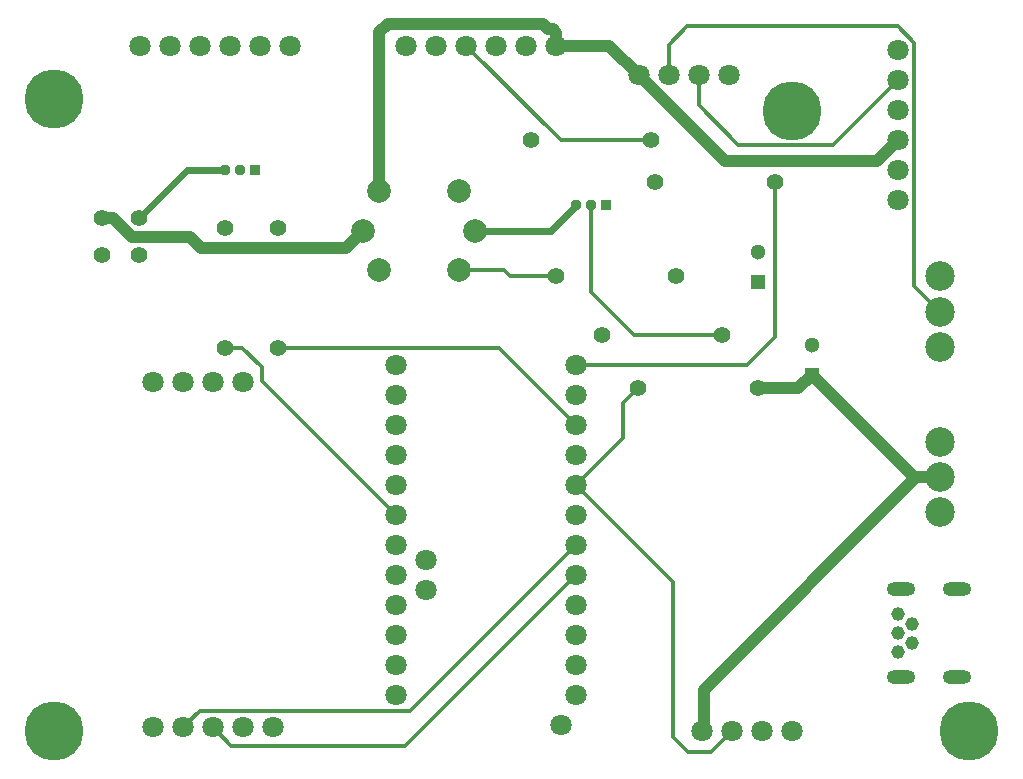
<source format=gbl>
G04*
G04 #@! TF.GenerationSoftware,Altium Limited,Altium Designer,20.2.6 (244)*
G04*
G04 Layer_Physical_Order=2*
G04 Layer_Color=16711680*
%FSLAX44Y44*%
%MOMM*%
G71*
G04*
G04 #@! TF.SameCoordinates,95B47CC1-6D59-4A24-9DA9-F39AA99DDD39*
G04*
G04*
G04 #@! TF.FilePolarity,Positive*
G04*
G01*
G75*
%ADD28C,0.3000*%
%ADD30C,1.0000*%
%ADD31C,1.8000*%
%ADD32C,0.9500*%
%ADD33C,2.5000*%
%ADD34C,2.0000*%
%ADD35C,1.1500*%
%ADD36O,2.4000X1.2000*%
%ADD37C,1.3000*%
%ADD38R,1.3000X1.3000*%
%ADD39C,1.4000*%
%ADD40R,0.9500X0.9500*%
%ADD41C,5.0000*%
%ADD42C,0.6000*%
D28*
X555400Y615400D02*
X571444Y631444D01*
X555400Y590000D02*
Y615400D01*
X580800Y564600D02*
Y590000D01*
X210820Y331480D02*
X324600Y217700D01*
X210820Y331480D02*
Y342900D01*
X194520Y359200D02*
X210820Y342900D01*
X180000Y359200D02*
X194520D01*
X490000Y406400D02*
Y480000D01*
Y406400D02*
X526400Y370000D01*
X600800D01*
X477000Y243100D02*
X558800Y161300D01*
Y30226D02*
Y161300D01*
Y30226D02*
X571500Y17526D01*
X591726D01*
X609200Y35000D01*
X645800Y368300D02*
Y500000D01*
X622200Y344700D02*
X645800Y368300D01*
X477000Y344700D02*
X622200D01*
X464200Y535000D02*
X540800D01*
X384200Y615000D02*
X464200Y535000D01*
X695060Y530860D02*
X750000Y585800D01*
X614540Y530860D02*
X695060D01*
X580800Y564600D02*
X614540Y530860D01*
X571444Y631444D02*
X749300D01*
X763270Y617474D01*
Y411730D02*
Y617474D01*
Y411730D02*
X785000Y390000D01*
X517144Y312944D02*
X529200Y325000D01*
X517144Y283244D02*
Y312944D01*
X477000Y243100D02*
X517144Y283244D01*
X336770Y52070D02*
X477000Y192300D01*
X158370Y52070D02*
X336770D01*
X144200Y37900D02*
X158370Y52070D01*
X169600Y37900D02*
X185148Y22352D01*
X332452D01*
X477000Y166900D01*
X225000Y359200D02*
X411699D01*
X477000Y293900D01*
X421188Y420000D02*
X460000D01*
X416306Y424883D02*
X421188Y420000D01*
X377757Y424883D02*
X416306D01*
D30*
X585000Y70000D02*
X763460Y248460D01*
Y250000D01*
X583800Y35000D02*
X585000Y36200D01*
Y70000D01*
X630800Y325000D02*
X665360D01*
X676910Y336550D01*
X763460Y250000D02*
X785000D01*
X676910Y336550D02*
X763460Y250000D01*
X530000Y590000D02*
X602856Y517144D01*
X732144D01*
X750000Y535000D01*
X75940Y468890D02*
X85344D01*
X100844Y453390D01*
X150114D01*
X159258Y444246D01*
X282446D01*
X296670Y458470D01*
X460400Y615000D02*
Y626212D01*
X457200Y629412D02*
X460400Y626212D01*
X453136Y629412D02*
X457200D01*
X449072Y633476D02*
X453136Y629412D01*
X317500Y633476D02*
X449072D01*
X310583Y626559D02*
X317500Y633476D01*
X310583Y492057D02*
Y626559D01*
X505000Y615000D02*
X530000Y590000D01*
X460400Y615000D02*
X505000D01*
D31*
X580800Y590000D02*
D03*
X555400D02*
D03*
X606200D02*
D03*
X530000D02*
D03*
X350000Y179600D02*
D03*
Y154200D02*
D03*
X464300Y39900D02*
D03*
X324600Y217700D02*
D03*
Y192300D02*
D03*
Y166900D02*
D03*
Y141500D02*
D03*
Y116100D02*
D03*
Y90700D02*
D03*
Y65300D02*
D03*
Y243100D02*
D03*
Y293900D02*
D03*
Y319300D02*
D03*
Y344700D02*
D03*
X477000Y243100D02*
D03*
Y217700D02*
D03*
Y192300D02*
D03*
Y166900D02*
D03*
Y141500D02*
D03*
Y116100D02*
D03*
Y90700D02*
D03*
Y65300D02*
D03*
Y268500D02*
D03*
Y293900D02*
D03*
Y319300D02*
D03*
Y344700D02*
D03*
X324600Y268500D02*
D03*
X118800Y330000D02*
D03*
X195000D02*
D03*
X169600D02*
D03*
X144200D02*
D03*
X169600Y37900D02*
D03*
X118800D02*
D03*
X144200D02*
D03*
X195000D02*
D03*
X220400D02*
D03*
X750000Y611200D02*
D03*
Y585800D02*
D03*
Y560400D02*
D03*
Y535000D02*
D03*
Y509600D02*
D03*
Y484200D02*
D03*
X634600Y35000D02*
D03*
X583800D02*
D03*
X609200D02*
D03*
X660000D02*
D03*
X333400Y615000D02*
D03*
X358800D02*
D03*
X384200D02*
D03*
X409600D02*
D03*
X435000D02*
D03*
X460400D02*
D03*
X108000D02*
D03*
X133400D02*
D03*
X158800D02*
D03*
X184200D02*
D03*
X209600D02*
D03*
X235000D02*
D03*
D32*
X180000Y510000D02*
D03*
X192700D02*
D03*
X477300Y480000D02*
D03*
X490000D02*
D03*
D33*
X785000Y360000D02*
D03*
Y390000D02*
D03*
Y420000D02*
D03*
Y280000D02*
D03*
Y250000D02*
D03*
Y220000D02*
D03*
D34*
X391670Y458470D02*
D03*
X377757Y492057D02*
D03*
X310583D02*
D03*
X296670Y458470D02*
D03*
X310583Y424883D02*
D03*
X377757D02*
D03*
D35*
X749500Y133800D02*
D03*
Y117800D02*
D03*
Y101800D02*
D03*
X761500Y125800D02*
D03*
Y109800D02*
D03*
D36*
X800000Y155000D02*
D03*
Y80600D02*
D03*
X752500Y155000D02*
D03*
Y80600D02*
D03*
D37*
X631190Y440490D02*
D03*
X676910Y361950D02*
D03*
D38*
X631190Y415490D02*
D03*
X676910Y336550D02*
D03*
D39*
X540800Y535000D02*
D03*
X439200D02*
D03*
X75940Y468890D02*
D03*
X106940D02*
D03*
Y437890D02*
D03*
X75940D02*
D03*
X600800Y370000D02*
D03*
X499200D02*
D03*
X630800Y325000D02*
D03*
X529200D02*
D03*
X561600Y420000D02*
D03*
X460000D02*
D03*
X180000Y460800D02*
D03*
Y359200D02*
D03*
X225000Y460800D02*
D03*
Y359200D02*
D03*
X645800Y500000D02*
D03*
X544200D02*
D03*
D40*
X205400Y510000D02*
D03*
X502700Y480000D02*
D03*
D41*
X35000Y570000D02*
D03*
X660000Y560000D02*
D03*
X810000Y35000D02*
D03*
X35000D02*
D03*
D42*
X106940Y468890D02*
X148050Y510000D01*
X180000D01*
X391670Y458470D02*
X455770D01*
X477300Y480000D01*
M02*

</source>
